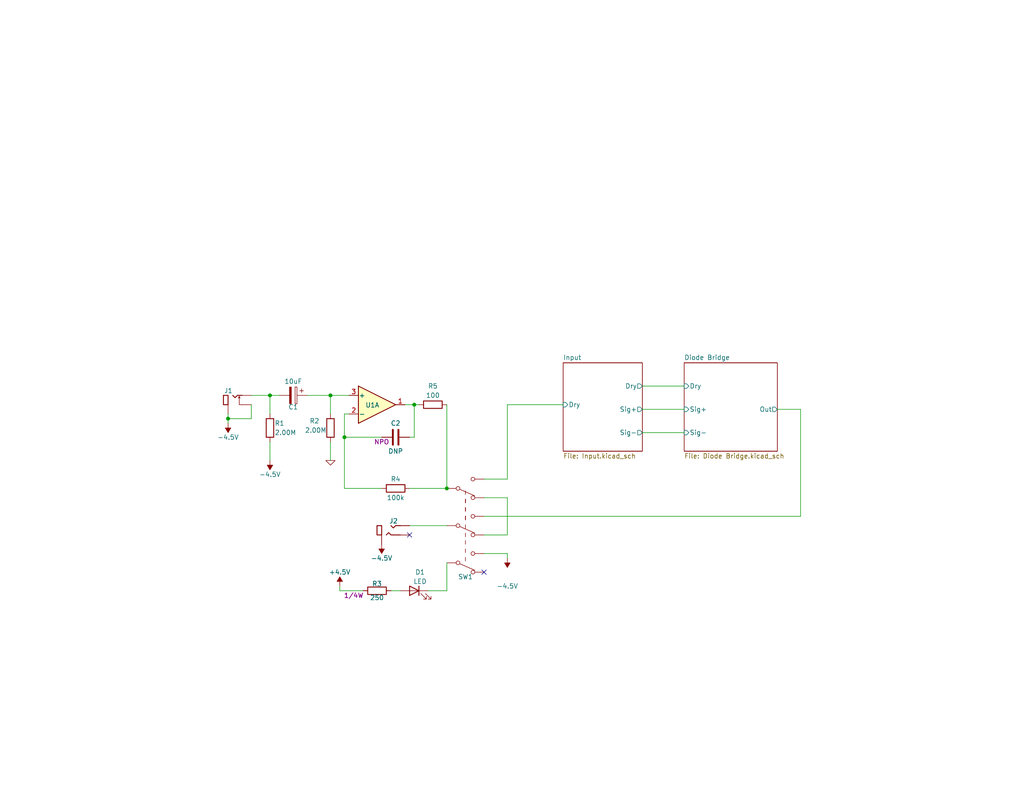
<source format=kicad_sch>
(kicad_sch (version 20230121) (generator eeschema)

  (uuid d54e47c7-dd86-441b-8b51-ae7ab5a50560)

  (paper "A")

  (title_block
    (title "Diode Bridge Experiment")
    (date "2023-05-15")
    (rev "A.00")
    (company "Celestial Circuits")
  )

  (lib_symbols
    (symbol "SLM:+4.5V" (power) (pin_names (offset 0)) (in_bom yes) (on_board yes)
      (property "Reference" "#PWR010" (at 0 -2.54 0)
        (effects (font (size 1.27 1.27)) hide)
      )
      (property "Value" "+4.5V" (at 0 3.81 0)
        (effects (font (size 1.27 1.27)))
      )
      (property "Footprint" "" (at 0 0 0)
        (effects (font (size 1.27 1.27)) hide)
      )
      (property "Datasheet" "" (at 0 0 0)
        (effects (font (size 1.27 1.27)) hide)
      )
      (property "ki_keywords" "global power" (at 0 0 0)
        (effects (font (size 1.27 1.27)) hide)
      )
      (property "ki_description" "Power symbol creates a global label with name \"-4.5V\"" (at 0 0 0)
        (effects (font (size 1.27 1.27)) hide)
      )
      (symbol "+4.5V_1_0"
        (pin power_in line (at 0 0 90) (length 0) hide
          (name "+4.5V" (effects (font (size 1.27 1.27))))
          (number "1" (effects (font (size 1.27 1.27))))
        )
      )
      (symbol "+4.5V_1_1"
        (polyline
          (pts
            (xy 0 0)
            (xy 0 1.27)
            (xy 0.762 1.27)
            (xy 0 2.54)
            (xy -0.762 1.27)
            (xy 0 1.27)
          )
          (stroke (width 0) (type default))
          (fill (type outline))
        )
      )
    )
    (symbol "SLM:-4.5V" (power) (pin_names (offset 0)) (in_bom yes) (on_board yes)
      (property "Reference" "#PWR024" (at 0 2.54 0)
        (effects (font (size 1.27 1.27)) hide)
      )
      (property "Value" "-4.5V" (at 0 -3.81 0)
        (effects (font (size 1.27 1.27)))
      )
      (property "Footprint" "" (at 0 0 0)
        (effects (font (size 1.27 1.27)) hide)
      )
      (property "Datasheet" "" (at 0 0 0)
        (effects (font (size 1.27 1.27)) hide)
      )
      (property "ki_keywords" "global power" (at 0 0 0)
        (effects (font (size 1.27 1.27)) hide)
      )
      (property "ki_description" "Power symbol creates a global label with name \"-4.5V\"" (at 0 0 0)
        (effects (font (size 1.27 1.27)) hide)
      )
      (symbol "-4.5V_0_1"
        (polyline
          (pts
            (xy 0 0)
            (xy 0 1.27)
            (xy 0.762 1.27)
            (xy 0 2.54)
            (xy -0.762 1.27)
            (xy 0 1.27)
          )
          (stroke (width 0) (type default))
          (fill (type outline))
        )
      )
      (symbol "-4.5V_1_0"
        (pin power_in line (at 0 0 90) (length 0) hide
          (name "-4.5V" (effects (font (size 1.27 1.27))))
          (number "1" (effects (font (size 1.27 1.27))))
        )
      )
    )
    (symbol "SLM:AudioJack1_Ground_Switch" (pin_numbers hide) (pin_names hide) (in_bom yes) (on_board yes)
      (property "Reference" "J4" (at 0 1.27 0)
        (effects (font (size 1.27 1.27)) (justify right))
      )
      (property "Value" "AudioJack1_Ground_Switch" (at -13.335 2.921 0)
        (effects (font (size 1.27 1.27)) (justify right) hide)
      )
      (property "Footprint" "Connector_Audio:Jack_6.35mm_Neutrik_NMJ4HFD2_Horizontal" (at 0 5.08 0)
        (effects (font (size 1.27 1.27)) hide)
      )
      (property "Datasheet" "~" (at 3.175 2.413 0)
        (effects (font (size 1.27 1.27)) hide)
      )
      (property "ki_keywords" "audio jack receptacle mono headphones phone TS connector" (at 0 0 0)
        (effects (font (size 1.27 1.27)) hide)
      )
      (property "ki_description" "Audio Jack, 1 Pole (Mono / T), Grounded Sleeve, Switched Tip(Normalling)" (at 0 0 0)
        (effects (font (size 1.27 1.27)) hide)
      )
      (property "ki_fp_filters" "Jack*" (at 0 0 0)
        (effects (font (size 1.27 1.27)) hide)
      )
      (symbol "AudioJack1_Ground_Switch_1_1"
        (rectangle (start -2.54 0) (end -1.27 -2.54)
          (stroke (width 0.254) (type default))
          (fill (type none))
        )
        (polyline
          (pts
            (xy 1.778 -0.254)
            (xy 2.032 -0.762)
          )
          (stroke (width 0) (type default))
          (fill (type none))
        )
        (polyline
          (pts
            (xy 0 0)
            (xy 0.635 -0.635)
            (xy 1.27 0)
            (xy 2.54 0)
          )
          (stroke (width 0.254) (type default))
          (fill (type none))
        )
        (polyline
          (pts
            (xy 2.54 -2.54)
            (xy 1.778 -2.54)
            (xy 1.778 -0.254)
            (xy 1.524 -0.762)
          )
          (stroke (width 0) (type default))
          (fill (type none))
        )
        (pin passive line (at -1.27 -5.08 90) (length 2.54)
          (name "~" (effects (font (size 1.27 1.27))))
          (number "S" (effects (font (size 1.27 1.27))))
        )
        (pin passive line (at 5.08 0 180) (length 2.54)
          (name "~" (effects (font (size 1.27 1.27))))
          (number "T" (effects (font (size 1.27 1.27))))
        )
        (pin passive line (at 5.08 -2.54 180) (length 2.54)
          (name "~" (effects (font (size 1.27 1.27))))
          (number "TN" (effects (font (size 1.27 1.27))))
        )
      )
    )
    (symbol "SLM:AudioJack2_Ground" (pin_numbers hide) (pin_names hide) (in_bom yes) (on_board yes)
      (property "Reference" "J3" (at 1.905 1.27 0)
        (effects (font (size 1.27 1.27)) (justify right))
      )
      (property "Value" "AudioJack2_Ground" (at 0.381 2.54 0)
        (effects (font (size 1.27 1.27)) (justify right) hide)
      )
      (property "Footprint" "Connector_Audio:Jack_6.35mm_Neutrik_NRJ4HF-1_Horizontal" (at 0 0 0)
        (effects (font (size 1.27 1.27)) hide)
      )
      (property "Datasheet" "~" (at -2.921 2.54 0)
        (effects (font (size 1.27 1.27)) hide)
      )
      (property "ki_keywords" "audio jack receptacle mono phone headphone TS connector" (at 0 0 0)
        (effects (font (size 1.27 1.27)) hide)
      )
      (property "ki_description" "Audio Jack, 2 Poles (Mono / TS), Grounded Sleeve" (at 0 0 0)
        (effects (font (size 1.27 1.27)) hide)
      )
      (property "ki_fp_filters" "Jack*" (at 0 0 0)
        (effects (font (size 1.27 1.27)) hide)
      )
      (symbol "AudioJack2_Ground_0_1"
        (polyline
          (pts
            (xy 0 0)
            (xy 0.635 -0.635)
            (xy 1.27 0)
            (xy 2.54 0)
          )
          (stroke (width 0.254) (type default))
          (fill (type none))
        )
        (polyline
          (pts
            (xy 2.54 -2.54)
            (xy 0 -2.54)
            (xy 0 -2.54)
            (xy -0.635 -1.905)
            (xy -1.27 -2.54)
          )
          (stroke (width 0.254) (type default))
          (fill (type none))
        )
      )
      (symbol "AudioJack2_Ground_1_1"
        (rectangle (start -3.81 0) (end -2.54 -2.54)
          (stroke (width 0.254) (type default))
          (fill (type none))
        )
        (pin passive line (at 5.08 -2.54 180) (length 2.54)
          (name "~" (effects (font (size 1.27 1.27))))
          (number "R" (effects (font (size 1.27 1.27))))
        )
        (pin passive line (at -2.54 -5.08 90) (length 2.54)
          (name "~" (effects (font (size 1.27 1.27))))
          (number "S" (effects (font (size 1.27 1.27))))
        )
        (pin passive line (at 5.08 0 180) (length 2.54)
          (name "~" (effects (font (size 1.27 1.27))))
          (number "T" (effects (font (size 1.27 1.27))))
        )
      )
    )
    (symbol "SLM:Capacitor" (pin_numbers hide) (pin_names (offset 0.254)) (in_bom yes) (on_board yes)
      (property "Reference" "C3" (at 0 3.81 90)
        (effects (font (size 1.27 1.27)))
      )
      (property "Value" "33pF" (at 0.635 -3.81 90)
        (effects (font (size 1.27 1.27)))
      )
      (property "Footprint" "Capacitor_THT:C_Rect_L4.0mm_W2.5mm_P2.50mm" (at 3.81 0.9652 0)
        (effects (font (size 1.27 1.27)) hide)
      )
      (property "Datasheet" "~" (at 0 0 0)
        (effects (font (size 1.27 1.27)) hide)
      )
      (property "Dielectric" "NPO" (at 3.81 -1.27 90)
        (effects (font (size 1.27 1.27)))
      )
      (property "Manufacturer" "Vishay" (at 0 0 0)
        (effects (font (size 1.27 1.27)) hide)
      )
      (property "Part Number" "K330J10C0GH5TL2" (at 0 0 0)
        (effects (font (size 1.27 1.27)) hide)
      )
      (property "ki_keywords" "cap capacitor" (at 0 0 0)
        (effects (font (size 1.27 1.27)) hide)
      )
      (property "ki_description" "Unpolarized capacitor" (at 0 0 0)
        (effects (font (size 1.27 1.27)) hide)
      )
      (property "ki_fp_filters" "C_*" (at 0 0 0)
        (effects (font (size 1.27 1.27)) hide)
      )
      (symbol "Capacitor_0_1"
        (polyline
          (pts
            (xy -2.032 -0.762)
            (xy 2.032 -0.762)
          )
          (stroke (width 0.508) (type default))
          (fill (type none))
        )
        (polyline
          (pts
            (xy -2.032 0.762)
            (xy 2.032 0.762)
          )
          (stroke (width 0.508) (type default))
          (fill (type none))
        )
      )
      (symbol "Capacitor_1_1"
        (pin passive line (at 0 3.81 270) (length 2.794)
          (name "~" (effects (font (size 1.27 1.27))))
          (number "1" (effects (font (size 1.27 1.27))))
        )
        (pin passive line (at 0 -3.81 90) (length 2.794)
          (name "~" (effects (font (size 1.27 1.27))))
          (number "2" (effects (font (size 1.27 1.27))))
        )
      )
    )
    (symbol "SLM:Capacitor_Elec" (pin_numbers hide) (pin_names hide) (in_bom yes) (on_board yes)
      (property "Reference" "C" (at -4.191 -3.937 0)
        (effects (font (size 1.27 1.27)))
      )
      (property "Value" "10uF" (at 5.842 -3.937 0)
        (effects (font (size 1.27 1.27)))
      )
      (property "Footprint" "" (at 0 0 0)
        (effects (font (size 1.27 1.27)) hide)
      )
      (property "Datasheet" "" (at 0 0 0)
        (effects (font (size 1.27 1.27)) hide)
      )
      (property "Voltage" "16V" (at 1.397 -7.112 90)
        (effects (font (size 1.27 1.27)) hide)
      )
      (symbol "Capacitor_Elec_0_1"
        (rectangle (start -2.286 -3.429) (end 2.286 -2.921)
          (stroke (width 0) (type default))
          (fill (type none))
        )
        (polyline
          (pts
            (xy -1.778 -1.651)
            (xy -0.762 -1.651)
          )
          (stroke (width 0) (type default))
          (fill (type none))
        )
        (polyline
          (pts
            (xy -1.27 -1.143)
            (xy -1.27 -2.159)
          )
          (stroke (width 0) (type default))
          (fill (type none))
        )
        (rectangle (start 2.286 -4.445) (end -2.286 -4.953)
          (stroke (width 0) (type default))
          (fill (type outline))
        )
      )
      (symbol "Capacitor_Elec_1_1"
        (pin passive line (at 0 -0.127 270) (length 2.794)
          (name "~" (effects (font (size 1.27 1.27))))
          (number "1" (effects (font (size 1.27 1.27))))
        )
        (pin passive line (at 0 -7.747 90) (length 2.794)
          (name "~" (effects (font (size 1.27 1.27))))
          (number "2" (effects (font (size 1.27 1.27))))
        )
      )
    )
    (symbol "SLM:LED" (pin_numbers hide) (pin_names (offset 1.016) hide) (in_bom yes) (on_board yes)
      (property "Reference" "D1" (at -1.5875 5.08 0)
        (effects (font (size 1.27 1.27)))
      )
      (property "Value" "LED" (at -1.5875 2.54 0)
        (effects (font (size 1.27 1.27)))
      )
      (property "Footprint" "LED_THT:LED_D5.0mm" (at 0 0 0)
        (effects (font (size 1.27 1.27)) hide)
      )
      (property "Datasheet" "~" (at 0 0 0)
        (effects (font (size 1.27 1.27)) hide)
      )
      (property "Manufacturer" "Rohm" (at 0 0 0)
        (effects (font (size 1.27 1.27)) hide)
      )
      (property "Part Number" "SLR-56YCT32" (at 0 0 0)
        (effects (font (size 1.27 1.27)) hide)
      )
      (property "ki_keywords" "LED diode" (at 0 0 0)
        (effects (font (size 1.27 1.27)) hide)
      )
      (property "ki_description" "Light emitting diode" (at 0 0 0)
        (effects (font (size 1.27 1.27)) hide)
      )
      (property "ki_fp_filters" "LED* LED_SMD:* LED_THT:*" (at 0 0 0)
        (effects (font (size 1.27 1.27)) hide)
      )
      (symbol "LED_0_1"
        (polyline
          (pts
            (xy -1.27 -1.27)
            (xy -1.27 1.27)
          )
          (stroke (width 0.254) (type default))
          (fill (type none))
        )
        (polyline
          (pts
            (xy -1.27 0)
            (xy 1.27 0)
          )
          (stroke (width 0) (type default))
          (fill (type none))
        )
        (polyline
          (pts
            (xy 1.27 -1.27)
            (xy 1.27 1.27)
            (xy -1.27 0)
            (xy 1.27 -1.27)
          )
          (stroke (width 0.254) (type default))
          (fill (type none))
        )
        (polyline
          (pts
            (xy -3.048 -0.762)
            (xy -4.572 -2.286)
            (xy -3.81 -2.286)
            (xy -4.572 -2.286)
            (xy -4.572 -1.524)
          )
          (stroke (width 0) (type default))
          (fill (type none))
        )
        (polyline
          (pts
            (xy -1.778 -0.762)
            (xy -3.302 -2.286)
            (xy -2.54 -2.286)
            (xy -3.302 -2.286)
            (xy -3.302 -1.524)
          )
          (stroke (width 0) (type default))
          (fill (type none))
        )
      )
      (symbol "LED_1_1"
        (pin passive line (at -3.81 0 0) (length 2.54)
          (name "K" (effects (font (size 1.27 1.27))))
          (number "1" (effects (font (size 1.27 1.27))))
        )
        (pin passive line (at 3.81 0 180) (length 2.54)
          (name "A" (effects (font (size 1.27 1.27))))
          (number "2" (effects (font (size 1.27 1.27))))
        )
      )
    )
    (symbol "SLM:NJM4580" (pin_names (offset 0.127)) (in_bom yes) (on_board yes)
      (property "Reference" "U1" (at 0 8.89 0)
        (effects (font (size 1.27 1.27)))
      )
      (property "Value" "NJM4580" (at 0 6.35 0)
        (effects (font (size 1.27 1.27)))
      )
      (property "Footprint" "Package_DIP:DIP-8_W7.62mm_Socket_LongPads" (at 0 0 0)
        (effects (font (size 1.27 1.27)) hide)
      )
      (property "Datasheet" "http://www.njr.com/semicon/PDF/NJM4580_E.pdf" (at 0 0 0)
        (effects (font (size 1.27 1.27)) hide)
      )
      (property "Manufacturer" "Nishinbo" (at 0 0 0)
        (effects (font (size 1.27 1.27)) hide)
      )
      (property "Part Number" "NJM4580DD" (at 0 0 0)
        (effects (font (size 1.27 1.27)) hide)
      )
      (property "ki_locked" "" (at 0 0 0)
        (effects (font (size 1.27 1.27)))
      )
      (property "ki_keywords" "dual opamp" (at 0 0 0)
        (effects (font (size 1.27 1.27)) hide)
      )
      (property "ki_description" "Dual Operational Amplifier, DIP-8/DMP-8/SIP-8/MSOP-8/SOP-8/SSOP-8" (at 0 0 0)
        (effects (font (size 1.27 1.27)) hide)
      )
      (property "ki_fp_filters" "SOIC*3.9x4.9mm*P1.27mm* DIP*W7.62mm* TO*99* OnSemi*Micro8* TSSOP*3x3mm*P0.65mm* TSSOP*4.4x3mm*P0.65mm* MSOP*3x3mm*P0.65mm* SSOP*3.9x4.9mm*P0.635mm* LFCSP*2x2mm*P0.5mm* *SIP* SOIC*5.3x6.2mm*P1.27mm*" (at 0 0 0)
        (effects (font (size 1.27 1.27)) hide)
      )
      (symbol "NJM4580_1_1"
        (polyline
          (pts
            (xy -5.08 5.08)
            (xy 5.08 0)
            (xy -5.08 -5.08)
            (xy -5.08 5.08)
          )
          (stroke (width 0.254) (type default))
          (fill (type background))
        )
        (pin output line (at 7.62 0 180) (length 2.54)
          (name "~" (effects (font (size 1.27 1.27))))
          (number "1" (effects (font (size 1.27 1.27))))
        )
        (pin input line (at -7.62 -2.54 0) (length 2.54)
          (name "-" (effects (font (size 1.27 1.27))))
          (number "2" (effects (font (size 1.27 1.27))))
        )
        (pin input line (at -7.62 2.54 0) (length 2.54)
          (name "+" (effects (font (size 1.27 1.27))))
          (number "3" (effects (font (size 1.27 1.27))))
        )
      )
      (symbol "NJM4580_2_1"
        (polyline
          (pts
            (xy -5.08 5.08)
            (xy 5.08 0)
            (xy -5.08 -5.08)
            (xy -5.08 5.08)
          )
          (stroke (width 0.254) (type default))
          (fill (type background))
        )
        (pin input line (at -7.62 2.54 0) (length 2.54)
          (name "+" (effects (font (size 1.27 1.27))))
          (number "5" (effects (font (size 1.27 1.27))))
        )
        (pin input line (at -7.62 -2.54 0) (length 2.54)
          (name "-" (effects (font (size 1.27 1.27))))
          (number "6" (effects (font (size 1.27 1.27))))
        )
        (pin output line (at 7.62 0 180) (length 2.54)
          (name "~" (effects (font (size 1.27 1.27))))
          (number "7" (effects (font (size 1.27 1.27))))
        )
      )
      (symbol "NJM4580_3_1"
        (pin power_in line (at -2.54 -7.62 90) (length 3.81)
          (name "V-" (effects (font (size 1.27 1.27))))
          (number "4" (effects (font (size 1.27 1.27))))
        )
        (pin power_in line (at -2.54 7.62 270) (length 3.81)
          (name "V+" (effects (font (size 1.27 1.27))))
          (number "8" (effects (font (size 1.27 1.27))))
        )
      )
    )
    (symbol "SLM:Resistor_1/2_W" (pin_numbers hide) (pin_names (offset 0)) (in_bom yes) (on_board yes)
      (property "Reference" "R2" (at 0 1.905 90)
        (effects (font (size 1.27 1.27)))
      )
      (property "Value" "143" (at 0 -1.905 90)
        (effects (font (size 1.27 1.27)))
      )
      (property "Footprint" "Resistor_THT:R_Axial_DIN0309_L9.0mm_D3.2mm_P12.70mm_Horizontal" (at 0 -1.778 90)
        (effects (font (size 1.27 1.27)) hide)
      )
      (property "Datasheet" "~" (at 0 0 0)
        (effects (font (size 1.27 1.27)) hide)
      )
      (property "Power Rating" "1/2W" (at 5.715 -1.27 90)
        (effects (font (size 1.27 1.27)))
      )
      (property "Manufacturer" "SEI" (at 0 0 0)
        (effects (font (size 1.27 1.27)) hide)
      )
      (property "Part Number" "RNF18FTDxxxx" (at 0 0 0)
        (effects (font (size 1.27 1.27)) hide)
      )
      (property "ki_keywords" "R res resistor" (at 0 0 0)
        (effects (font (size 1.27 1.27)) hide)
      )
      (property "ki_description" "Resistor" (at 0 0 0)
        (effects (font (size 1.27 1.27)) hide)
      )
      (property "ki_fp_filters" "R_*" (at 0 0 0)
        (effects (font (size 1.27 1.27)) hide)
      )
      (symbol "Resistor_1/2_W_0_1"
        (rectangle (start -1.016 -2.54) (end 1.016 2.54)
          (stroke (width 0.254) (type default))
          (fill (type none))
        )
      )
      (symbol "Resistor_1/2_W_1_1"
        (pin passive line (at 0 3.81 270) (length 1.27)
          (name "~" (effects (font (size 1.27 1.27))))
          (number "1" (effects (font (size 1.27 1.27))))
        )
        (pin passive line (at 0 -3.81 90) (length 1.27)
          (name "~" (effects (font (size 1.27 1.27))))
          (number "2" (effects (font (size 1.27 1.27))))
        )
      )
    )
    (symbol "SLM:Resistor_1/8_W" (pin_numbers hide) (pin_names (offset 0) hide) (in_bom yes) (on_board yes)
      (property "Reference" "R1" (at 0 1.905 90)
        (effects (font (size 1.27 1.27)))
      )
      (property "Value" "100k" (at 0 -2.54 90)
        (effects (font (size 1.27 1.27)))
      )
      (property "Footprint" "Resistor_THT:R_Axial_DIN0204_L3.6mm_D1.6mm_P5.08mm_Horizontal" (at 1.778 0 90)
        (effects (font (size 1.27 1.27)) hide)
      )
      (property "Datasheet" "~" (at 0 0 0)
        (effects (font (size 1.27 1.27)) hide)
      )
      (property "Tolerance" "1%" (at 3.81 -1.397 90)
        (effects (font (size 1.27 1.27)) hide)
      )
      (property "Power" "1/8W" (at -4.953 -1.397 90)
        (effects (font (size 1.27 1.27)) hide)
      )
      (property "Sim.Device" "R" (at 0 0 0)
        (effects (font (size 1.27 1.27)) hide)
      )
      (property "Sim.Pins" "1=+ 2=-" (at 0 0 0)
        (effects (font (size 1.27 1.27)) hide)
      )
      (property "Manufacturer" "SEI" (at 0 0 0)
        (effects (font (size 1.27 1.27)) hide)
      )
      (property "Part Number" "RNF18FTDxxxx" (at 0 0 0)
        (effects (font (size 1.27 1.27)) hide)
      )
      (property "ki_keywords" "R res resistor" (at 0 0 0)
        (effects (font (size 1.27 1.27)) hide)
      )
      (property "ki_description" "Resistor" (at 0 0 0)
        (effects (font (size 1.27 1.27)) hide)
      )
      (property "ki_fp_filters" "R_*" (at 0 0 0)
        (effects (font (size 1.27 1.27)) hide)
      )
      (symbol "Resistor_1/8_W_0_1"
        (rectangle (start -1.016 2.54) (end 1.016 -2.54)
          (stroke (width 0.254) (type default))
          (fill (type none))
        )
      )
      (symbol "Resistor_1/8_W_1_1"
        (pin passive line (at 0 3.81 270) (length 1.27)
          (name "~" (effects (font (size 1.27 1.27))))
          (number "1" (effects (font (size 1.27 1.27))))
        )
        (pin passive line (at 0 -3.81 90) (length 1.27)
          (name "~" (effects (font (size 1.27 1.27))))
          (number "2" (effects (font (size 1.27 1.27))))
        )
      )
    )
    (symbol "SLM:SW_Foot_3PDT" (pin_numbers hide) (pin_names (offset 0) hide) (in_bom yes) (on_board yes)
      (property "Reference" "SW2" (at 0 -13.97 0)
        (effects (font (size 1.27 1.27)))
      )
      (property "Value" "SW_Push_DPDT" (at -9.525 3.175 0)
        (effects (font (size 1.27 1.27)) (justify left) hide)
      )
      (property "Footprint" "SLM Footprints:FS57003PLT2B2M2QE" (at -5.08 5.08 0)
        (effects (font (size 1.27 1.27)) hide)
      )
      (property "Datasheet" "~" (at -5.08 5.08 0)
        (effects (font (size 1.27 1.27)) hide)
      )
      (property "ki_keywords" "switch dual-pole double-throw spdt ON-ON" (at 0 0 0)
        (effects (font (size 1.27 1.27)) hide)
      )
      (property "ki_description" "Momentary Switch, dual pole double throw" (at 0 0 0)
        (effects (font (size 1.27 1.27)) hide)
      )
      (symbol "SW_Foot_3PDT_0_0"
        (circle (center -2.032 -10.16) (radius 0.508)
          (stroke (width 0) (type default))
          (fill (type none))
        )
        (circle (center -2.032 0) (radius 0.508)
          (stroke (width 0) (type default))
          (fill (type none))
        )
        (circle (center -2.032 10.16) (radius 0.508)
          (stroke (width 0) (type default))
          (fill (type none))
        )
        (circle (center 2.032 -12.7) (radius 0.508)
          (stroke (width 0) (type default))
          (fill (type none))
        )
        (circle (center 2.032 -2.54) (radius 0.508)
          (stroke (width 0) (type default))
          (fill (type none))
        )
        (circle (center 2.032 7.62) (radius 0.508)
          (stroke (width 0) (type default))
          (fill (type none))
        )
      )
      (symbol "SW_Foot_3PDT_0_1"
        (polyline
          (pts
            (xy -1.524 -9.906)
            (xy 2.54 -8.128)
          )
          (stroke (width 0) (type default))
          (fill (type none))
        )
        (polyline
          (pts
            (xy -1.524 0.254)
            (xy 2.54 2.032)
          )
          (stroke (width 0) (type default))
          (fill (type none))
        )
        (polyline
          (pts
            (xy -1.524 10.414)
            (xy 2.54 12.192)
          )
          (stroke (width 0) (type default))
          (fill (type none))
        )
        (polyline
          (pts
            (xy 0 -9.525)
            (xy 0 -8.509)
          )
          (stroke (width 0) (type default))
          (fill (type none))
        )
        (polyline
          (pts
            (xy 0 -7.239)
            (xy 0 -6.223)
          )
          (stroke (width 0) (type default))
          (fill (type none))
        )
        (polyline
          (pts
            (xy 0 -7.239)
            (xy 0 -6.223)
          )
          (stroke (width 0) (type default))
          (fill (type none))
        )
        (polyline
          (pts
            (xy 0 -4.953)
            (xy 0 -3.937)
          )
          (stroke (width 0) (type default))
          (fill (type none))
        )
        (polyline
          (pts
            (xy 0 -4.953)
            (xy 0 -3.937)
          )
          (stroke (width 0) (type default))
          (fill (type none))
        )
        (polyline
          (pts
            (xy 0 -2.667)
            (xy 0 -1.651)
          )
          (stroke (width 0) (type default))
          (fill (type none))
        )
        (polyline
          (pts
            (xy 0 -2.54)
            (xy 0 -1.524)
          )
          (stroke (width 0) (type default))
          (fill (type none))
        )
        (polyline
          (pts
            (xy 0 -0.254)
            (xy 0 0.762)
          )
          (stroke (width 0) (type default))
          (fill (type none))
        )
        (polyline
          (pts
            (xy 0 2.032)
            (xy 0 3.048)
          )
          (stroke (width 0) (type default))
          (fill (type none))
        )
        (polyline
          (pts
            (xy 0 4.064)
            (xy 0 5.08)
          )
          (stroke (width 0) (type default))
          (fill (type none))
        )
        (polyline
          (pts
            (xy 0 6.35)
            (xy 0 7.366)
          )
          (stroke (width 0) (type default))
          (fill (type none))
        )
        (polyline
          (pts
            (xy 0 8.636)
            (xy 0 9.652)
          )
          (stroke (width 0) (type default))
          (fill (type none))
        )
        (circle (center 2.032 -7.62) (radius 0.508)
          (stroke (width 0) (type default))
          (fill (type none))
        )
        (circle (center 2.032 2.54) (radius 0.508)
          (stroke (width 0) (type default))
          (fill (type none))
        )
        (circle (center 2.032 12.7) (radius 0.508)
          (stroke (width 0) (type default))
          (fill (type none))
        )
      )
      (symbol "SW_Foot_3PDT_1_1"
        (pin passive line (at 5.08 12.7 180) (length 2.54)
          (name "A" (effects (font (size 1.27 1.27))))
          (number "1" (effects (font (size 1.27 1.27))))
        )
        (pin passive line (at -5.08 10.16 0) (length 2.54)
          (name "B" (effects (font (size 1.27 1.27))))
          (number "2" (effects (font (size 1.27 1.27))))
        )
        (pin passive line (at 5.08 7.62 180) (length 2.54)
          (name "C" (effects (font (size 1.27 1.27))))
          (number "3" (effects (font (size 1.27 1.27))))
        )
        (pin passive line (at 5.08 2.54 180) (length 2.54)
          (name "A" (effects (font (size 1.27 1.27))))
          (number "4" (effects (font (size 1.27 1.27))))
        )
        (pin passive line (at -5.08 0 0) (length 2.54)
          (name "B" (effects (font (size 1.27 1.27))))
          (number "5" (effects (font (size 1.27 1.27))))
        )
        (pin passive line (at 5.08 -2.54 180) (length 2.54)
          (name "C" (effects (font (size 1.27 1.27))))
          (number "6" (effects (font (size 1.27 1.27))))
        )
        (pin passive line (at 5.08 -7.62 180) (length 2.54)
          (name "A" (effects (font (size 1.27 1.27))))
          (number "7" (effects (font (size 1.27 1.27))))
        )
        (pin passive line (at -5.08 -10.16 0) (length 2.54)
          (name "B" (effects (font (size 1.27 1.27))))
          (number "8" (effects (font (size 1.27 1.27))))
        )
        (pin passive line (at 5.08 -12.7 180) (length 2.54)
          (name "C" (effects (font (size 1.27 1.27))))
          (number "9" (effects (font (size 1.27 1.27))))
        )
      )
    )
    (symbol "Simulation_SPICE:0" (power) (pin_names (offset 0)) (in_bom yes) (on_board yes)
      (property "Reference" "#GND" (at 0 -2.54 0)
        (effects (font (size 1.27 1.27)) hide)
      )
      (property "Value" "0" (at 0 -1.778 0)
        (effects (font (size 1.27 1.27)))
      )
      (property "Footprint" "" (at 0 0 0)
        (effects (font (size 1.27 1.27)) hide)
      )
      (property "Datasheet" "~" (at 0 0 0)
        (effects (font (size 1.27 1.27)) hide)
      )
      (property "ki_keywords" "simulation" (at 0 0 0)
        (effects (font (size 1.27 1.27)) hide)
      )
      (property "ki_description" "0V reference potential for simulation" (at 0 0 0)
        (effects (font (size 1.27 1.27)) hide)
      )
      (symbol "0_0_1"
        (polyline
          (pts
            (xy -1.27 0)
            (xy 0 -1.27)
            (xy 1.27 0)
            (xy -1.27 0)
          )
          (stroke (width 0) (type default))
          (fill (type none))
        )
      )
      (symbol "0_1_1"
        (pin power_in line (at 0 0 0) (length 0) hide
          (name "0" (effects (font (size 1.016 1.016))))
          (number "1" (effects (font (size 1.016 1.016))))
        )
      )
    )
  )

  (junction (at 73.66 107.95) (diameter 0) (color 0 0 0 0)
    (uuid 25195899-7b7e-423e-8657-1d05e1b2f563)
  )
  (junction (at 93.98 119.38) (diameter 0) (color 0 0 0 0)
    (uuid 64490eca-19fb-4203-b9b8-c1ceb81ad8e4)
  )
  (junction (at 121.92 133.35) (diameter 0) (color 0 0 0 0)
    (uuid 73435f84-4033-4982-a276-e4af7b92b1d5)
  )
  (junction (at 113.03 110.49) (diameter 0) (color 0 0 0 0)
    (uuid 82827efb-1385-4f22-9f47-67290b4cc4d5)
  )
  (junction (at 90.17 107.95) (diameter 0) (color 0 0 0 0)
    (uuid c7794f6b-7014-45de-9a8d-e82371479a1e)
  )
  (junction (at 62.23 114.3) (diameter 0) (color 0 0 0 0)
    (uuid fea986e5-ca59-4256-bd43-d283e6deeb00)
  )

  (no_connect (at 111.76 146.05) (uuid 92abf010-83ba-489e-9b91-5142a7b2047f))
  (no_connect (at 132.08 156.21) (uuid facdcbcf-b14e-4018-a739-fe269a3f5857))

  (wire (pts (xy 68.58 107.95) (xy 73.66 107.95))
    (stroke (width 0) (type default))
    (uuid 00c72b6c-6af5-4ebe-be12-b5b013692279)
  )
  (wire (pts (xy 138.43 135.89) (xy 138.43 146.05))
    (stroke (width 0) (type default))
    (uuid 03f8b93a-beb6-42a1-ac61-d5875cf64b64)
  )
  (wire (pts (xy 111.76 119.38) (xy 113.03 119.38))
    (stroke (width 0) (type default))
    (uuid 07741dba-9f92-4d14-a2c3-28925ff6aac0)
  )
  (wire (pts (xy 138.43 110.49) (xy 138.43 130.81))
    (stroke (width 0) (type default))
    (uuid 10fa4a09-b2aa-4496-8665-2a7886e87ed9)
  )
  (wire (pts (xy 95.25 113.03) (xy 93.98 113.03))
    (stroke (width 0) (type default))
    (uuid 11d2bbe3-d2a1-4f39-bd3e-09dd042bc65b)
  )
  (wire (pts (xy 68.58 114.3) (xy 62.23 114.3))
    (stroke (width 0) (type default))
    (uuid 17ae96c2-426b-456c-83ea-4e066fb061e8)
  )
  (wire (pts (xy 132.08 140.97) (xy 218.44 140.97))
    (stroke (width 0) (type default))
    (uuid 21163308-75bc-4615-8662-9e540d6c96cf)
  )
  (wire (pts (xy 83.82 107.95) (xy 90.17 107.95))
    (stroke (width 0) (type default))
    (uuid 2c33e5fa-6067-4a66-8b2b-21e2dc321296)
  )
  (wire (pts (xy 92.71 160.02) (xy 92.71 161.29))
    (stroke (width 0) (type default))
    (uuid 2d93c18e-1495-4320-8997-326588e2c7fe)
  )
  (wire (pts (xy 62.23 115.57) (xy 62.23 114.3))
    (stroke (width 0) (type default))
    (uuid 34120e29-d876-4c6b-9ab9-25b219eee136)
  )
  (wire (pts (xy 106.68 161.29) (xy 109.22 161.29))
    (stroke (width 0) (type default))
    (uuid 36c352f7-5ea4-4956-8e8a-013245bbda30)
  )
  (wire (pts (xy 92.71 161.29) (xy 99.06 161.29))
    (stroke (width 0) (type default))
    (uuid 3d1262a7-d505-4225-813f-a1a937873877)
  )
  (wire (pts (xy 90.17 125.73) (xy 90.17 120.65))
    (stroke (width 0) (type default))
    (uuid 3f2ca54d-dbcc-4111-bd1e-ca3805ae1cb6)
  )
  (wire (pts (xy 121.92 110.49) (xy 121.92 133.35))
    (stroke (width 0) (type default))
    (uuid 46e3ea62-158b-4c13-a576-024a07b0e4b4)
  )
  (wire (pts (xy 93.98 133.35) (xy 104.14 133.35))
    (stroke (width 0) (type default))
    (uuid 4827dc12-a9c3-49d0-a9a8-efc872511341)
  )
  (wire (pts (xy 175.26 118.11) (xy 186.69 118.11))
    (stroke (width 0) (type default))
    (uuid 48c5dadc-6404-4019-99a4-a3e1bc079fe3)
  )
  (wire (pts (xy 62.23 114.3) (xy 62.23 113.03))
    (stroke (width 0) (type default))
    (uuid 4996923e-3d5d-4191-9db2-0d3f6de1bf6f)
  )
  (wire (pts (xy 218.44 111.76) (xy 218.44 140.97))
    (stroke (width 0) (type default))
    (uuid 4aebaff1-891d-4487-aaf3-20ff0b5de37f)
  )
  (wire (pts (xy 132.08 146.05) (xy 138.43 146.05))
    (stroke (width 0) (type default))
    (uuid 4d1ca90a-8a05-4eb4-b921-044309063d58)
  )
  (wire (pts (xy 73.66 125.73) (xy 73.66 120.65))
    (stroke (width 0) (type default))
    (uuid 55633218-8655-4fdc-b2bd-2104e0f316b9)
  )
  (wire (pts (xy 110.49 110.49) (xy 113.03 110.49))
    (stroke (width 0) (type default))
    (uuid 5708074d-f1ac-47d1-a64a-2926a2f6892a)
  )
  (wire (pts (xy 90.17 113.03) (xy 90.17 107.95))
    (stroke (width 0) (type default))
    (uuid 5ba8c215-bc06-4b0a-8f74-1969723a8d1a)
  )
  (wire (pts (xy 116.84 161.29) (xy 121.92 161.29))
    (stroke (width 0) (type default))
    (uuid 65de41c5-14b2-46cb-800a-751cecc2f983)
  )
  (wire (pts (xy 114.3 110.49) (xy 113.03 110.49))
    (stroke (width 0) (type default))
    (uuid 6f5e727f-47b2-47b3-9cb3-ff2e6f706134)
  )
  (wire (pts (xy 111.76 133.35) (xy 121.92 133.35))
    (stroke (width 0) (type default))
    (uuid 70585a17-49a2-4986-8bb8-35bb3fe7941b)
  )
  (wire (pts (xy 138.43 152.4) (xy 138.43 151.13))
    (stroke (width 0) (type default))
    (uuid 82b97740-ae89-49bc-b02f-97f337ece3e2)
  )
  (wire (pts (xy 68.58 110.49) (xy 68.58 114.3))
    (stroke (width 0) (type default))
    (uuid 832995a9-81c7-4223-a350-079e0061563f)
  )
  (wire (pts (xy 73.66 113.03) (xy 73.66 107.95))
    (stroke (width 0) (type default))
    (uuid 8331465f-b323-4f9f-b31e-4938bbe2ea2f)
  )
  (wire (pts (xy 73.66 107.95) (xy 76.2 107.95))
    (stroke (width 0) (type default))
    (uuid 96c8a42b-cb00-4cf4-b958-e30ef33cad4c)
  )
  (wire (pts (xy 121.92 161.29) (xy 121.92 153.67))
    (stroke (width 0) (type default))
    (uuid 97ca5382-5d6a-439b-8cf4-a67fbef4bb41)
  )
  (wire (pts (xy 113.03 119.38) (xy 113.03 110.49))
    (stroke (width 0) (type default))
    (uuid a94b37b9-8356-498e-8dc2-a810455ba8b5)
  )
  (wire (pts (xy 138.43 110.49) (xy 153.67 110.49))
    (stroke (width 0) (type default))
    (uuid a9c5defe-926f-4c53-a6ab-192f3f133a67)
  )
  (wire (pts (xy 111.76 143.51) (xy 121.92 143.51))
    (stroke (width 0) (type default))
    (uuid ad8ef1ec-c9bf-4a70-9ce3-ecbfcc67acf5)
  )
  (wire (pts (xy 93.98 119.38) (xy 104.14 119.38))
    (stroke (width 0) (type default))
    (uuid c5292f76-bad9-4b09-84fe-db639c4375b5)
  )
  (wire (pts (xy 175.26 105.41) (xy 186.69 105.41))
    (stroke (width 0) (type default))
    (uuid c9da781e-b07d-4a1c-b014-d045fdb1235a)
  )
  (wire (pts (xy 90.17 107.95) (xy 95.25 107.95))
    (stroke (width 0) (type default))
    (uuid d1613741-7515-40c3-ad41-970c1312ca9d)
  )
  (wire (pts (xy 93.98 113.03) (xy 93.98 119.38))
    (stroke (width 0) (type default))
    (uuid d494a381-f972-439a-bb82-260a34f50ab0)
  )
  (wire (pts (xy 186.69 111.76) (xy 175.26 111.76))
    (stroke (width 0) (type default))
    (uuid d61b5b6b-5799-49d9-8e26-babafe475d83)
  )
  (wire (pts (xy 132.08 130.81) (xy 138.43 130.81))
    (stroke (width 0) (type default))
    (uuid d9937282-eec5-43b1-aad2-9d12c365b1ff)
  )
  (wire (pts (xy 132.08 135.89) (xy 138.43 135.89))
    (stroke (width 0) (type default))
    (uuid deaf0f85-62aa-4eb7-a2e6-798e2cb42e54)
  )
  (wire (pts (xy 138.43 151.13) (xy 132.08 151.13))
    (stroke (width 0) (type default))
    (uuid e9147825-f52e-4fbf-a965-177942616079)
  )
  (wire (pts (xy 93.98 119.38) (xy 93.98 133.35))
    (stroke (width 0) (type default))
    (uuid f07d5b37-3e39-4993-870d-1c3a34ac2dfd)
  )
  (wire (pts (xy 212.09 111.76) (xy 218.44 111.76))
    (stroke (width 0) (type default))
    (uuid fb691ba7-937e-4169-a3ae-eab00cff03c2)
  )

  (symbol (lib_id "SLM:-4.5V") (at 138.43 152.4 0) (mirror x) (unit 1)
    (in_bom yes) (on_board yes) (dnp no)
    (uuid 0d6a23fc-6608-4b4c-8d5c-9ccf389add71)
    (property "Reference" "#PWR05" (at 138.43 149.86 0)
      (effects (font (size 1.27 1.27)) hide)
    )
    (property "Value" "-4.5V" (at 138.43 160.02 0)
      (effects (font (size 1.27 1.27)))
    )
    (property "Footprint" "" (at 138.43 152.4 0)
      (effects (font (size 1.27 1.27)) hide)
    )
    (property "Datasheet" "" (at 138.43 152.4 0)
      (effects (font (size 1.27 1.27)) hide)
    )
    (pin "1" (uuid b15427aa-3ccd-44a2-9bf4-4c2c335ab46f))
    (instances
      (project "Diode Bridge Experiment"
        (path "/d54e47c7-dd86-441b-8b51-ae7ab5a50560"
          (reference "#PWR05") (unit 1)
        )
        (path "/d54e47c7-dd86-441b-8b51-ae7ab5a50560/e20a8a79-3ab8-4940-9186-df8f6a0eaea2"
          (reference "#PWR06") (unit 1)
        )
      )
    )
  )

  (symbol (lib_id "SLM:-4.5V") (at 62.23 115.57 0) (mirror x) (unit 1)
    (in_bom yes) (on_board yes) (dnp no)
    (uuid 1bcfdfd2-ad3d-4dbb-90a5-85b38a3704be)
    (property "Reference" "#PWR01" (at 62.23 113.03 0)
      (effects (font (size 1.27 1.27)) hide)
    )
    (property "Value" "-4.5V" (at 62.23 119.38 0)
      (effects (font (size 1.27 1.27)))
    )
    (property "Footprint" "" (at 62.23 115.57 0)
      (effects (font (size 1.27 1.27)) hide)
    )
    (property "Datasheet" "" (at 62.23 115.57 0)
      (effects (font (size 1.27 1.27)) hide)
    )
    (pin "1" (uuid 22e4f387-1068-498f-b6e9-320c61a074bc))
    (instances
      (project "Diode Bridge Experiment"
        (path "/d54e47c7-dd86-441b-8b51-ae7ab5a50560"
          (reference "#PWR01") (unit 1)
        )
        (path "/d54e47c7-dd86-441b-8b51-ae7ab5a50560/e20a8a79-3ab8-4940-9186-df8f6a0eaea2"
          (reference "#PWR012") (unit 1)
        )
      )
    )
  )

  (symbol (lib_id "SLM:Resistor_1/8_W") (at 73.66 116.84 0) (unit 1)
    (in_bom yes) (on_board yes) (dnp no)
    (uuid 233f5fa0-d7b5-4ff9-bd0a-cb74651790fa)
    (property "Reference" "R1" (at 74.93 115.57 0)
      (effects (font (size 1.27 1.27)) (justify left))
    )
    (property "Value" "2.00M" (at 74.93 118.11 0)
      (effects (font (size 1.27 1.27)) (justify left))
    )
    (property "Footprint" "SLM Footprints:R_Axial_DIN0204_L3.6mm_D1.6mm_P5.08mm_Horizontal" (at 75.438 116.84 90)
      (effects (font (size 1.27 1.27)) hide)
    )
    (property "Datasheet" "~" (at 73.66 116.84 0)
      (effects (font (size 1.27 1.27)) hide)
    )
    (property "Sim.Enable" "0" (at 73.66 116.84 0)
      (effects (font (size 1.27 1.27)) hide)
    )
    (property "Tolerance" "1%" (at 77.47 118.237 90)
      (effects (font (size 1.27 1.27)) hide)
    )
    (property "Manufacturer" "SEI" (at 73.66 116.84 0)
      (effects (font (size 1.27 1.27)) hide)
    )
    (property "Part Number" "RNF18FTDxxxx" (at 73.66 116.84 0)
      (effects (font (size 1.27 1.27)) hide)
    )
    (property "Sim.Device" "R" (at 73.66 116.84 0)
      (effects (font (size 1.27 1.27)) hide)
    )
    (property "Sim.Pins" "1=+ 2=-" (at 73.66 116.84 0)
      (effects (font (size 1.27 1.27)) hide)
    )
    (property "Power Rating" "1/8W" (at 73.66 116.84 0)
      (effects (font (size 1.27 1.27)) hide)
    )
    (pin "1" (uuid 322cfb10-048d-4aa4-9c2c-13e7f0b9ea0b))
    (pin "2" (uuid d2ab2f10-dc68-4285-9ba4-3e33de8c1e6c))
    (instances
      (project "Diode Bridge Experiment"
        (path "/d54e47c7-dd86-441b-8b51-ae7ab5a50560"
          (reference "R1") (unit 1)
        )
        (path "/d54e47c7-dd86-441b-8b51-ae7ab5a50560/e20a8a79-3ab8-4940-9186-df8f6a0eaea2"
          (reference "R10") (unit 1)
        )
      )
    )
  )

  (symbol (lib_id "SLM:-4.5V") (at 104.14 148.59 0) (mirror x) (unit 1)
    (in_bom yes) (on_board yes) (dnp no)
    (uuid 413200ac-f536-4073-a93a-cd60e338f871)
    (property "Reference" "#PWR04" (at 104.14 146.05 0)
      (effects (font (size 1.27 1.27)) hide)
    )
    (property "Value" "-4.5V" (at 104.14 152.4 0)
      (effects (font (size 1.27 1.27)))
    )
    (property "Footprint" "" (at 104.14 148.59 0)
      (effects (font (size 1.27 1.27)) hide)
    )
    (property "Datasheet" "" (at 104.14 148.59 0)
      (effects (font (size 1.27 1.27)) hide)
    )
    (pin "1" (uuid 69495146-fb0d-452e-9219-a6c4076a222d))
    (instances
      (project "Diode Bridge Experiment"
        (path "/d54e47c7-dd86-441b-8b51-ae7ab5a50560"
          (reference "#PWR04") (unit 1)
        )
        (path "/d54e47c7-dd86-441b-8b51-ae7ab5a50560/e20a8a79-3ab8-4940-9186-df8f6a0eaea2"
          (reference "#PWR09") (unit 1)
        )
      )
    )
  )

  (symbol (lib_id "SLM:Resistor_1/2_W") (at 102.87 161.29 270) (mirror x) (unit 1)
    (in_bom yes) (on_board yes) (dnp no)
    (uuid 4b8471f0-6dd8-4563-bbf1-1475c77ec9e8)
    (property "Reference" "R3" (at 102.87 159.385 90)
      (effects (font (size 1.27 1.27)))
    )
    (property "Value" "250" (at 102.87 163.195 90)
      (effects (font (size 1.27 1.27)))
    )
    (property "Footprint" "SLM Footprints:R_Axial_DIN0207_L6.3mm_D2.5mm_P7.62mm_Horizontal" (at 101.092 161.29 90)
      (effects (font (size 1.27 1.27)) hide)
    )
    (property "Datasheet" "~" (at 102.87 161.29 0)
      (effects (font (size 1.27 1.27)) hide)
    )
    (property "Power Rating" "1/4W" (at 96.52 162.56 90)
      (effects (font (size 1.27 1.27)))
    )
    (property "Manufacturer" "SEI" (at 102.87 161.29 0)
      (effects (font (size 1.27 1.27)) hide)
    )
    (property "Part Number" "RNF14FTDxxxx" (at 102.87 161.29 0)
      (effects (font (size 1.27 1.27)) hide)
    )
    (property "Sim.Device" "R" (at 102.87 161.29 0)
      (effects (font (size 1.27 1.27)) hide)
    )
    (property "Sim.Pins" "1=+ 2=-" (at 102.87 161.29 0)
      (effects (font (size 1.27 1.27)) hide)
    )
    (property "Tolerance" "5%" (at 102.87 161.29 0)
      (effects (font (size 1.27 1.27)) hide)
    )
    (pin "1" (uuid 61c8856f-d178-4e9d-9d8f-dc1dd6a8a317))
    (pin "2" (uuid 6b4604d5-eda5-4d2a-bd32-96295a18d72e))
    (instances
      (project "Diode Bridge Experiment"
        (path "/d54e47c7-dd86-441b-8b51-ae7ab5a50560"
          (reference "R3") (unit 1)
        )
        (path "/d54e47c7-dd86-441b-8b51-ae7ab5a50560/e20a8a79-3ab8-4940-9186-df8f6a0eaea2"
          (reference "R22") (unit 1)
        )
      )
    )
  )

  (symbol (lib_id "SLM:LED") (at 113.03 161.29 0) (mirror y) (unit 1)
    (in_bom yes) (on_board yes) (dnp no) (fields_autoplaced)
    (uuid 67dea2a6-022a-43d9-a356-63aad9d70a72)
    (property "Reference" "D1" (at 114.6175 156.21 0)
      (effects (font (size 1.27 1.27)))
    )
    (property "Value" "LED" (at 114.6175 158.75 0)
      (effects (font (size 1.27 1.27)))
    )
    (property "Footprint" "SLM Footprints:LED_D5.0mm" (at 113.03 161.29 0)
      (effects (font (size 1.27 1.27)) hide)
    )
    (property "Datasheet" "~" (at 113.03 161.29 0)
      (effects (font (size 1.27 1.27)) hide)
    )
    (property "Manufacturer" "Rohm" (at 113.03 161.29 0)
      (effects (font (size 1.27 1.27)) hide)
    )
    (property "Part Number" "SLR-56YCT32" (at 113.03 161.29 0)
      (effects (font (size 1.27 1.27)) hide)
    )
    (pin "1" (uuid b4403b3f-0a7b-4ce0-a4cc-9cbece90d21a))
    (pin "2" (uuid 374cb9fe-ba26-4d3b-a982-0abbc4e3522d))
    (instances
      (project "Diode Bridge Experiment"
        (path "/d54e47c7-dd86-441b-8b51-ae7ab5a50560"
          (reference "D1") (unit 1)
        )
        (path "/d54e47c7-dd86-441b-8b51-ae7ab5a50560/e20a8a79-3ab8-4940-9186-df8f6a0eaea2"
          (reference "D3") (unit 1)
        )
      )
    )
  )

  (symbol (lib_id "SLM:AudioJack2_Ground") (at 106.68 143.51 0) (unit 1)
    (in_bom yes) (on_board yes) (dnp no)
    (uuid 76418bf4-604a-4e04-894c-00217ae64822)
    (property "Reference" "J2" (at 108.585 142.24 0)
      (effects (font (size 1.27 1.27)) (justify right))
    )
    (property "Value" "AudioJack2_Ground" (at 107.061 140.97 0)
      (effects (font (size 1.27 1.27)) (justify right) hide)
    )
    (property "Footprint" "SLM Footprints:Jack_6.35mm_Neutrik_NMJ6HCD2_Horizontal" (at 106.68 143.51 0)
      (effects (font (size 1.27 1.27)) hide)
    )
    (property "Datasheet" "~" (at 103.759 140.97 0)
      (effects (font (size 1.27 1.27)) hide)
    )
    (property "Manufacturer" "Neutrik" (at 106.68 143.51 0)
      (effects (font (size 1.27 1.27)) hide)
    )
    (property "Part Number" "NMJ6HCD2" (at 106.68 143.51 0)
      (effects (font (size 1.27 1.27)) hide)
    )
    (pin "R" (uuid 0071635f-7b84-489a-b962-024c3cc73269))
    (pin "S" (uuid b0529e8e-e894-4f88-b6a8-4747f11d3096))
    (pin "T" (uuid f8822548-2373-46f0-93c4-2e3e4c824dec))
    (instances
      (project "Diode Bridge Experiment"
        (path "/d54e47c7-dd86-441b-8b51-ae7ab5a50560"
          (reference "J2") (unit 1)
        )
        (path "/d54e47c7-dd86-441b-8b51-ae7ab5a50560/e20a8a79-3ab8-4940-9186-df8f6a0eaea2"
          (reference "J3") (unit 1)
        )
      )
    )
  )

  (symbol (lib_id "SLM:AudioJack1_Ground_Switch") (at 63.5 107.95 0) (unit 1)
    (in_bom yes) (on_board yes) (dnp no)
    (uuid 78214e65-1807-40c9-8c61-1518e09d1f25)
    (property "Reference" "J1" (at 63.5 106.68 0)
      (effects (font (size 1.27 1.27)) (justify right))
    )
    (property "Value" "AudioJack1_Ground_Switch" (at 50.165 105.029 0)
      (effects (font (size 1.27 1.27)) (justify right) hide)
    )
    (property "Footprint" "SLM Footprints:Jack_6.35mm_Neutrik_NMJ6HCD2_Horizontal" (at 63.5 102.87 0)
      (effects (font (size 1.27 1.27)) hide)
    )
    (property "Datasheet" "~" (at 60.325 105.537 0)
      (effects (font (size 1.27 1.27)) hide)
    )
    (property "Manufacturer" "Neutrik" (at 63.5 107.95 0)
      (effects (font (size 1.27 1.27)) hide)
    )
    (property "Part Number" "NMJ6HCD2" (at 63.5 107.95 0)
      (effects (font (size 1.27 1.27)) hide)
    )
    (pin "S" (uuid 2fc5a7ba-594b-4844-bc5d-16c6c07e1b21))
    (pin "T" (uuid ed7b4e7b-90e5-4578-8430-4fb29bbc145f))
    (pin "TN" (uuid c803bea1-5a01-47b4-a453-292f54dfd05b))
    (instances
      (project "Diode Bridge Experiment"
        (path "/d54e47c7-dd86-441b-8b51-ae7ab5a50560"
          (reference "J1") (unit 1)
        )
        (path "/d54e47c7-dd86-441b-8b51-ae7ab5a50560/e20a8a79-3ab8-4940-9186-df8f6a0eaea2"
          (reference "J4") (unit 1)
        )
      )
    )
  )

  (symbol (lib_id "Simulation_SPICE:0") (at 90.17 125.73 0) (unit 1)
    (in_bom yes) (on_board yes) (dnp no) (fields_autoplaced)
    (uuid 80aba5cf-2c60-425e-a9b6-d0c3cae4c9d5)
    (property "Reference" "#GND01" (at 90.17 128.27 0)
      (effects (font (size 1.27 1.27)) hide)
    )
    (property "Value" "0" (at 90.17 124.46 0)
      (effects (font (size 1.27 1.27)) hide)
    )
    (property "Footprint" "" (at 90.17 125.73 0)
      (effects (font (size 1.27 1.27)) hide)
    )
    (property "Datasheet" "~" (at 90.17 125.73 0)
      (effects (font (size 1.27 1.27)) hide)
    )
    (pin "1" (uuid bd852135-861e-41c3-9cdd-7da3a419dbd1))
    (instances
      (project "Diode Bridge Experiment"
        (path "/d54e47c7-dd86-441b-8b51-ae7ab5a50560"
          (reference "#GND01") (unit 1)
        )
        (path "/d54e47c7-dd86-441b-8b51-ae7ab5a50560/e20a8a79-3ab8-4940-9186-df8f6a0eaea2"
          (reference "#GND010") (unit 1)
        )
      )
    )
  )

  (symbol (lib_id "SLM:NJM4580") (at 102.87 110.49 0) (unit 1)
    (in_bom yes) (on_board yes) (dnp no)
    (uuid 8d68df5f-4b44-4e93-b040-b99ce2fd72ed)
    (property "Reference" "U1" (at 101.6 109.855 0)
      (effects (font (size 1.27 1.27)) (justify top))
    )
    (property "Value" "NJM4580" (at 101.6 112.395 0)
      (effects (font (size 1.27 1.27)) (justify left) hide)
    )
    (property "Footprint" "SLM Footprints:DIP-8_W7.62mm_Socket_LongPads" (at 102.87 110.49 0)
      (effects (font (size 1.27 1.27)) hide)
    )
    (property "Datasheet" "http://www.njr.com/semicon/PDF/NJM4580_E.pdf" (at 102.87 110.49 0)
      (effects (font (size 1.27 1.27)) hide)
    )
    (property "Manufacturer" "Nishinbo" (at 102.87 110.49 0)
      (effects (font (size 1.27 1.27)) hide)
    )
    (property "Part Number" "NJM4580DD" (at 102.87 110.49 0)
      (effects (font (size 1.27 1.27)) hide)
    )
    (pin "1" (uuid d3292426-8dcd-40c8-8de5-c749fabd89b1))
    (pin "2" (uuid 42884a7c-8603-4c8f-b9b6-67d7a41df819))
    (pin "3" (uuid 7e318a89-6df3-4ef3-b114-195773f489d7))
    (pin "5" (uuid ff46d807-8f93-4274-abb4-b652b60c1338))
    (pin "6" (uuid 1d1c8441-5d24-4dbe-909a-4af5bbdb2a10))
    (pin "7" (uuid 7f0057df-cf44-496e-9107-741c0ebf1198))
    (pin "4" (uuid 17d69df4-9a4e-4786-892d-e4d8393213ea))
    (pin "8" (uuid e69499fd-03cf-484b-a229-1857804b74e6))
    (instances
      (project "Diode Bridge Experiment"
        (path "/d54e47c7-dd86-441b-8b51-ae7ab5a50560"
          (reference "U1") (unit 1)
        )
        (path "/d54e47c7-dd86-441b-8b51-ae7ab5a50560/e20a8a79-3ab8-4940-9186-df8f6a0eaea2"
          (reference "U2") (unit 1)
        )
      )
    )
  )

  (symbol (lib_id "SLM:SW_Foot_3PDT") (at 127 143.51 0) (mirror x) (unit 1)
    (in_bom yes) (on_board yes) (dnp no) (fields_autoplaced)
    (uuid a779e1cc-dd78-4063-b22d-1bd8990f65b6)
    (property "Reference" "SW1" (at 127 157.48 0)
      (effects (font (size 1.27 1.27)))
    )
    (property "Value" "SW_Push_DPDT" (at 136.525 140.335 0)
      (effects (font (size 1.27 1.27)) (justify left) hide)
    )
    (property "Footprint" "SLM Footprints:FS57003PLT2B2M2QE" (at 121.92 148.59 0)
      (effects (font (size 1.27 1.27)) hide)
    )
    (property "Datasheet" "~" (at 121.92 148.59 0)
      (effects (font (size 1.27 1.27)) hide)
    )
    (property "Manufacturer" "E-Switch" (at 127 143.51 0)
      (effects (font (size 1.27 1.27)) hide)
    )
    (property "Part Number" "FS57003PLT2B2M2QE " (at 127 143.51 0)
      (effects (font (size 1.27 1.27)) hide)
    )
    (property "Power Rating" "1/8W" (at 127 143.51 0)
      (effects (font (size 1.27 1.27)) hide)
    )
    (pin "1" (uuid 2c1c5cc3-4a77-422d-aad1-bc730a588eaa))
    (pin "2" (uuid cebba87d-9085-447c-b9c2-ea0d0bbfc110))
    (pin "3" (uuid dc5ff5fb-1797-4898-9258-b677e490c449))
    (pin "4" (uuid fac2ff75-8823-4f6c-a0ba-9acb6973891f))
    (pin "5" (uuid e0d65aaf-7247-4038-ab59-bb6b8b823463))
    (pin "6" (uuid e24c3a65-1408-41a1-92c4-4490f0d29858))
    (pin "7" (uuid 9695aabe-bef3-4534-9d98-aab614127a9e))
    (pin "8" (uuid 2b03f398-1cd8-48a1-8be9-35bef9885b41))
    (pin "9" (uuid b7a7638e-7782-4a43-93da-22eb31f4bbde))
    (instances
      (project "Diode Bridge Experiment"
        (path "/d54e47c7-dd86-441b-8b51-ae7ab5a50560"
          (reference "SW1") (unit 1)
        )
        (path "/d54e47c7-dd86-441b-8b51-ae7ab5a50560/e20a8a79-3ab8-4940-9186-df8f6a0eaea2"
          (reference "SW2") (unit 1)
        )
      )
    )
  )

  (symbol (lib_id "SLM:-4.5V") (at 73.66 125.73 180) (unit 1)
    (in_bom yes) (on_board yes) (dnp no)
    (uuid af5ff30a-8447-4ea4-9f67-edf57b37f569)
    (property "Reference" "#PWR02" (at 73.66 123.19 0)
      (effects (font (size 1.27 1.27)) hide)
    )
    (property "Value" "-4.5V" (at 73.66 129.54 0)
      (effects (font (size 1.27 1.27)))
    )
    (property "Footprint" "" (at 73.66 125.73 0)
      (effects (font (size 1.27 1.27)) hide)
    )
    (property "Datasheet" "" (at 73.66 125.73 0)
      (effects (font (size 1.27 1.27)) hide)
    )
    (pin "1" (uuid bde58226-8452-4dde-8001-c21b12777bbc))
    (instances
      (project "Diode Bridge Experiment"
        (path "/d54e47c7-dd86-441b-8b51-ae7ab5a50560"
          (reference "#PWR02") (unit 1)
        )
        (path "/d54e47c7-dd86-441b-8b51-ae7ab5a50560/e20a8a79-3ab8-4940-9186-df8f6a0eaea2"
          (reference "#PWR021") (unit 1)
        )
      )
    )
  )

  (symbol (lib_id "SLM:+4.5V") (at 92.71 160.02 0) (mirror y) (unit 1)
    (in_bom yes) (on_board yes) (dnp no)
    (uuid bdfaf578-1cf8-4353-9990-c271d9ae7501)
    (property "Reference" "#PWR03" (at 92.71 162.56 0)
      (effects (font (size 1.27 1.27)) hide)
    )
    (property "Value" "+4.5V" (at 92.71 156.21 0)
      (effects (font (size 1.27 1.27)))
    )
    (property "Footprint" "" (at 92.71 160.02 0)
      (effects (font (size 1.27 1.27)) hide)
    )
    (property "Datasheet" "" (at 92.71 160.02 0)
      (effects (font (size 1.27 1.27)) hide)
    )
    (pin "1" (uuid 274a0c68-8a24-446d-8c14-cac2e9aaa811))
    (instances
      (project "Diode Bridge Experiment"
        (path "/d54e47c7-dd86-441b-8b51-ae7ab5a50560"
          (reference "#PWR03") (unit 1)
        )
        (path "/d54e47c7-dd86-441b-8b51-ae7ab5a50560/e20a8a79-3ab8-4940-9186-df8f6a0eaea2"
          (reference "#PWR013") (unit 1)
        )
      )
    )
  )

  (symbol (lib_id "SLM:Resistor_1/8_W") (at 118.11 110.49 90) (unit 1)
    (in_bom yes) (on_board yes) (dnp no) (fields_autoplaced)
    (uuid d5cb5196-2f62-48d5-b08e-401c25250b8f)
    (property "Reference" "R5" (at 118.11 105.41 90)
      (effects (font (size 1.27 1.27)))
    )
    (property "Value" "100" (at 118.11 107.95 90)
      (effects (font (size 1.27 1.27)))
    )
    (property "Footprint" "SLM Footprints:R_Axial_DIN0204_L3.6mm_D1.6mm_P5.08mm_Horizontal" (at 118.11 108.712 90)
      (effects (font (size 1.27 1.27)) hide)
    )
    (property "Datasheet" "~" (at 118.11 110.49 0)
      (effects (font (size 1.27 1.27)) hide)
    )
    (property "Tolerance" "1%" (at 119.507 106.68 90)
      (effects (font (size 1.27 1.27)) hide)
    )
    (property "Power" "1/8W" (at 119.507 115.443 90)
      (effects (font (size 1.27 1.27)) hide)
    )
    (property "Sim.Device" "R" (at 118.11 110.49 0)
      (effects (font (size 1.27 1.27)) hide)
    )
    (property "Sim.Pins" "1=+ 2=-" (at 118.11 110.49 0)
      (effects (font (size 1.27 1.27)) hide)
    )
    (property "Manufacturer" "SEI" (at 118.11 110.49 0)
      (effects (font (size 1.27 1.27)) hide)
    )
    (property "Part Number" "RNF18FTDxxxx" (at 118.11 110.49 0)
      (effects (font (size 1.27 1.27)) hide)
    )
    (pin "1" (uuid 187b0eb1-2046-4229-ae63-0680f069650c))
    (pin "2" (uuid 618dcaaf-d764-40ff-9a9e-17b07fe2f107))
    (instances
      (project "Diode Bridge Experiment"
        (path "/d54e47c7-dd86-441b-8b51-ae7ab5a50560"
          (reference "R5") (unit 1)
        )
      )
    )
  )

  (symbol (lib_id "SLM:Capacitor_Elec") (at 83.947 107.95 270) (unit 1)
    (in_bom yes) (on_board yes) (dnp no)
    (uuid d81c6273-5079-443e-87e5-9b0f2d8d615d)
    (property "Reference" "C1" (at 80.01 111.125 90)
      (effects (font (size 1.27 1.27)))
    )
    (property "Value" "10uF" (at 80.01 104.14 90)
      (effects (font (size 1.27 1.27)))
    )
    (property "Footprint" "SLM Footprints:CP_Radial_D5.0mm_P2.00mm" (at 83.947 107.95 0)
      (effects (font (size 1.27 1.27)) hide)
    )
    (property "Datasheet" "~" (at 83.947 107.95 0)
      (effects (font (size 1.27 1.27)) hide)
    )
    (property "Voltage" "16V" (at 77.724 109.855 0)
      (effects (font (size 1.27 1.27)) hide)
    )
    (property "Manufacturer" "Panasonic" (at 83.947 107.95 0)
      (effects (font (size 1.27 1.27)) hide)
    )
    (property "Part Number" "ECA1CM100" (at 83.947 107.95 0)
      (effects (font (size 1.27 1.27)) hide)
    )
    (pin "1" (uuid 83f44131-7912-498c-852a-4b43283dd036))
    (pin "2" (uuid 51c76b2d-69d1-4462-8620-83fece46d078))
    (instances
      (project "Diode Bridge Experiment"
        (path "/d54e47c7-dd86-441b-8b51-ae7ab5a50560"
          (reference "C1") (unit 1)
        )
        (path "/d54e47c7-dd86-441b-8b51-ae7ab5a50560/e20a8a79-3ab8-4940-9186-df8f6a0eaea2"
          (reference "C7") (unit 1)
        )
      )
    )
  )

  (symbol (lib_id "SLM:Resistor_1/8_W") (at 107.95 133.35 270) (unit 1)
    (in_bom yes) (on_board yes) (dnp no)
    (uuid df3e2722-c6e9-4ca3-8abc-413da262eb66)
    (property "Reference" "R4" (at 107.95 130.81 90)
      (effects (font (size 1.27 1.27)))
    )
    (property "Value" "100k" (at 107.95 135.89 90)
      (effects (font (size 1.27 1.27)))
    )
    (property "Footprint" "SLM Footprints:R_Axial_DIN0204_L3.6mm_D1.6mm_P5.08mm_Horizontal" (at 107.95 135.128 90)
      (effects (font (size 1.27 1.27)) hide)
    )
    (property "Datasheet" "~" (at 107.95 133.35 0)
      (effects (font (size 1.27 1.27)) hide)
    )
    (property "Tolerance" "1%" (at 106.553 137.16 90)
      (effects (font (size 1.27 1.27)) hide)
    )
    (property "Power" "1/8W" (at 106.553 128.397 90)
      (effects (font (size 1.27 1.27)) hide)
    )
    (property "Sim.Device" "R" (at 107.95 133.35 0)
      (effects (font (size 1.27 1.27)) hide)
    )
    (property "Sim.Pins" "1=+ 2=-" (at 107.95 133.35 0)
      (effects (font (size 1.27 1.27)) hide)
    )
    (property "Manufacturer" "SEI" (at 107.95 133.35 0)
      (effects (font (size 1.27 1.27)) hide)
    )
    (property "Part Number" "RNF18FTDxxxx" (at 107.95 133.35 0)
      (effects (font (size 1.27 1.27)) hide)
    )
    (pin "1" (uuid f3d4b914-82fc-4759-a26c-36b10b298019))
    (pin "2" (uuid ffe51191-c210-458d-b6fa-9d97dd358116))
    (instances
      (project "Diode Bridge Experiment"
        (path "/d54e47c7-dd86-441b-8b51-ae7ab5a50560"
          (reference "R4") (unit 1)
        )
      )
    )
  )

  (symbol (lib_id "SLM:Resistor_1/8_W") (at 90.17 116.84 0) (unit 1)
    (in_bom yes) (on_board yes) (dnp no)
    (uuid e7a52b06-189e-4eee-a0f9-6e3bf0653bb0)
    (property "Reference" "R2" (at 84.455 114.935 0)
      (effects (font (size 1.27 1.27)) (justify left))
    )
    (property "Value" "2.00M" (at 83.185 117.475 0)
      (effects (font (size 1.27 1.27)) (justify left))
    )
    (property "Footprint" "SLM Footprints:R_Axial_DIN0204_L3.6mm_D1.6mm_P5.08mm_Horizontal" (at 91.948 116.84 90)
      (effects (font (size 1.27 1.27)) hide)
    )
    (property "Datasheet" "~" (at 90.17 116.84 0)
      (effects (font (size 1.27 1.27)) hide)
    )
    (property "Sim.Enable" "0" (at 90.17 116.84 0)
      (effects (font (size 1.27 1.27)) hide)
    )
    (property "Tolerance" "1%" (at 93.98 118.237 90)
      (effects (font (size 1.27 1.27)) hide)
    )
    (property "Manufacturer" "SEI" (at 90.17 116.84 0)
      (effects (font (size 1.27 1.27)) hide)
    )
    (property "Part Number" "RNF18FTDxxxx" (at 90.17 116.84 0)
      (effects (font (size 1.27 1.27)) hide)
    )
    (property "Sim.Device" "R" (at 90.17 116.84 0)
      (effects (font (size 1.27 1.27)) hide)
    )
    (property "Sim.Pins" "1=+ 2=-" (at 90.17 116.84 0)
      (effects (font (size 1.27 1.27)) hide)
    )
    (property "Power Rating" "1/8W" (at 90.17 116.84 0)
      (effects (font (size 1.27 1.27)) hide)
    )
    (pin "1" (uuid ca595938-3a18-4a3e-a34e-716d8a1f9479))
    (pin "2" (uuid 50e90575-a377-4a7e-9033-aff37c7771e3))
    (instances
      (project "Diode Bridge Experiment"
        (path "/d54e47c7-dd86-441b-8b51-ae7ab5a50560"
          (reference "R2") (unit 1)
        )
        (path "/d54e47c7-dd86-441b-8b51-ae7ab5a50560/e20a8a79-3ab8-4940-9186-df8f6a0eaea2"
          (reference "R11") (unit 1)
        )
      )
    )
  )

  (symbol (lib_id "SLM:Capacitor") (at 107.95 119.38 90) (unit 1)
    (in_bom yes) (on_board yes) (dnp no)
    (uuid ef5bcaf4-cd6b-4769-a4af-eba26175b300)
    (property "Reference" "C2" (at 107.95 115.57 90)
      (effects (font (size 1.27 1.27)))
    )
    (property "Value" "DNP" (at 107.95 123.19 90)
      (effects (font (size 1.27 1.27)))
    )
    (property "Footprint" "SLM Footprints:C_Rect_L4.0mm_W2.5mm_P2.50mm" (at 106.9848 115.57 0)
      (effects (font (size 1.27 1.27)) hide)
    )
    (property "Datasheet" "~" (at 107.95 119.38 0)
      (effects (font (size 1.27 1.27)) hide)
    )
    (property "Dielectric" "NPO" (at 104.14 120.65 90)
      (effects (font (size 1.27 1.27)))
    )
    (property "Manufacturer" "Vishay" (at 107.95 119.38 0)
      (effects (font (size 1.27 1.27)) hide)
    )
    (property "Part Number" "K330J10C0GH5TL2" (at 107.95 119.38 0)
      (effects (font (size 1.27 1.27)) hide)
    )
    (pin "1" (uuid b29142a3-1598-46eb-b5d6-bcfc4c80139b))
    (pin "2" (uuid 671e3ddf-663d-42ea-b01e-d4b86c7c79cc))
    (instances
      (project "Diode Bridge Experiment"
        (path "/d54e47c7-dd86-441b-8b51-ae7ab5a50560"
          (reference "C2") (unit 1)
        )
      )
    )
  )

  (sheet (at 186.69 99.06) (size 25.4 24.13) (fields_autoplaced)
    (stroke (width 0.1524) (type solid))
    (fill (color 0 0 0 0.0000))
    (uuid 83400051-fe61-4400-9232-9f623bbffeb3)
    (property "Sheetname" "Diode Bridge" (at 186.69 98.3484 0)
      (effects (font (size 1.27 1.27)) (justify left bottom))
    )
    (property "Sheetfile" "Diode Bridge.kicad_sch" (at 186.69 123.7746 0)
      (effects (font (size 1.27 1.27)) (justify left top))
    )
    (pin "Dry" input (at 186.69 105.41 180)
      (effects (font (size 1.27 1.27)) (justify left))
      (uuid a3ffa007-c2c3-4ed6-943f-fd447927e182)
    )
    (pin "Sig-" input (at 186.69 118.11 180)
      (effects (font (size 1.27 1.27)) (justify left))
      (uuid 350d08f2-c9ba-4858-b740-e90e3f6b96c2)
    )
    (pin "Out" output (at 212.09 111.76 0)
      (effects (font (size 1.27 1.27)) (justify right))
      (uuid 6fd38498-0d02-4637-b089-f1657614a974)
    )
    (pin "Sig+" input (at 186.69 111.76 180)
      (effects (font (size 1.27 1.27)) (justify left))
      (uuid 7bdcf841-80a6-4b86-925a-4cd29f692627)
    )
    (instances
      (project "Diode Bridge Experiment"
        (path "/d54e47c7-dd86-441b-8b51-ae7ab5a50560" (page "4"))
      )
    )
  )

  (sheet (at 153.67 99.06) (size 21.59 24.13) (fields_autoplaced)
    (stroke (width 0.1524) (type solid))
    (fill (color 0 0 0 0.0000))
    (uuid e20a8a79-3ab8-4940-9186-df8f6a0eaea2)
    (property "Sheetname" "Input" (at 153.67 98.3484 0)
      (effects (font (size 1.27 1.27)) (justify left bottom))
    )
    (property "Sheetfile" "Input.kicad_sch" (at 153.67 123.7746 0)
      (effects (font (size 1.27 1.27)) (justify left top))
    )
    (pin "Dry" input (at 153.67 110.49 180)
      (effects (font (size 1.27 1.27)) (justify left))
      (uuid 1e38a198-ab57-4029-886a-ab8e4be091ec)
    )
    (pin "Sig-" output (at 175.26 118.11 0)
      (effects (font (size 1.27 1.27)) (justify right))
      (uuid 8ad389bc-8513-454a-911d-663f90ba0681)
    )
    (pin "Sig+" output (at 175.26 111.76 0)
      (effects (font (size 1.27 1.27)) (justify right))
      (uuid 8315d965-9b2c-466b-b418-975233f1ba33)
    )
    (pin "Dry" output (at 175.26 105.41 0)
      (effects (font (size 1.27 1.27)) (justify right))
      (uuid 580cee05-4e5a-4dc0-b63f-f20b48cba4c0)
    )
    (instances
      (project "Diode Bridge Experiment"
        (path "/d54e47c7-dd86-441b-8b51-ae7ab5a50560" (page "2"))
      )
    )
  )

  (sheet_instances
    (path "/" (page "1"))
  )
)

</source>
